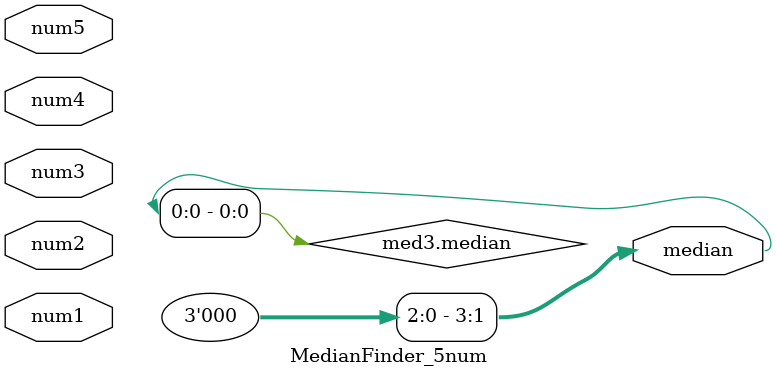
<source format=v>
module MedianFinder_5num(
    input  [3:0] num1, 
    input  [3:0] num2, 
    input  [3:0] num3, 
    input  [3:0] num4, 
    input  [3:0] num5,  
    output [3:0] median  
);

    Comparator2 com_1(
        .A(num1),
        .B(num2),
        .min(),
        .max()
    );

	Comparator2 com_2(
        .A(num3),
        .B(num4),
        .min(),
        .max()
    );

    Comparator2 com_3(
        .A(com_1.min),
        .B(com_2.min),
        .min(),
        .max()
    );

    Comparator2 com_4(
        .A(com_1.max),
        .B(com_2.max),
        .min(),
        .max()
    );

    MedianFinder_3num med3(
	.num1(com_3.max),
	.num2(com_4.min),
	.num3(num5),
	.median()
    );

	assign median = med3.median;
endmodule

</source>
